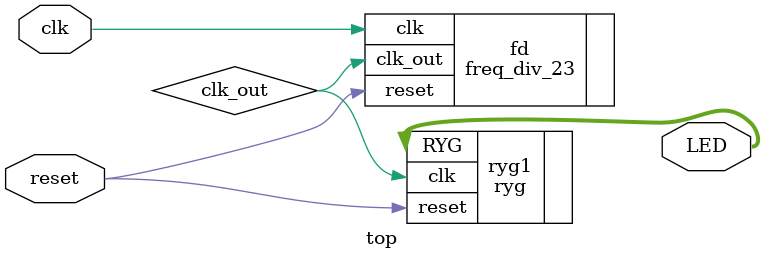
<source format=v>
module top(LED, clk, reset);
  output [5:0] LED;
  input clk, reset;
  wire clk_out;
  freq_div_23 fd(.clk_out(clk_out), .clk(clk), .reset(reset));
 // assign clk_out = clk;
  ryg ryg1(.RYG(LED), .clk(clk_out), .reset(reset));
endmodule
</source>
